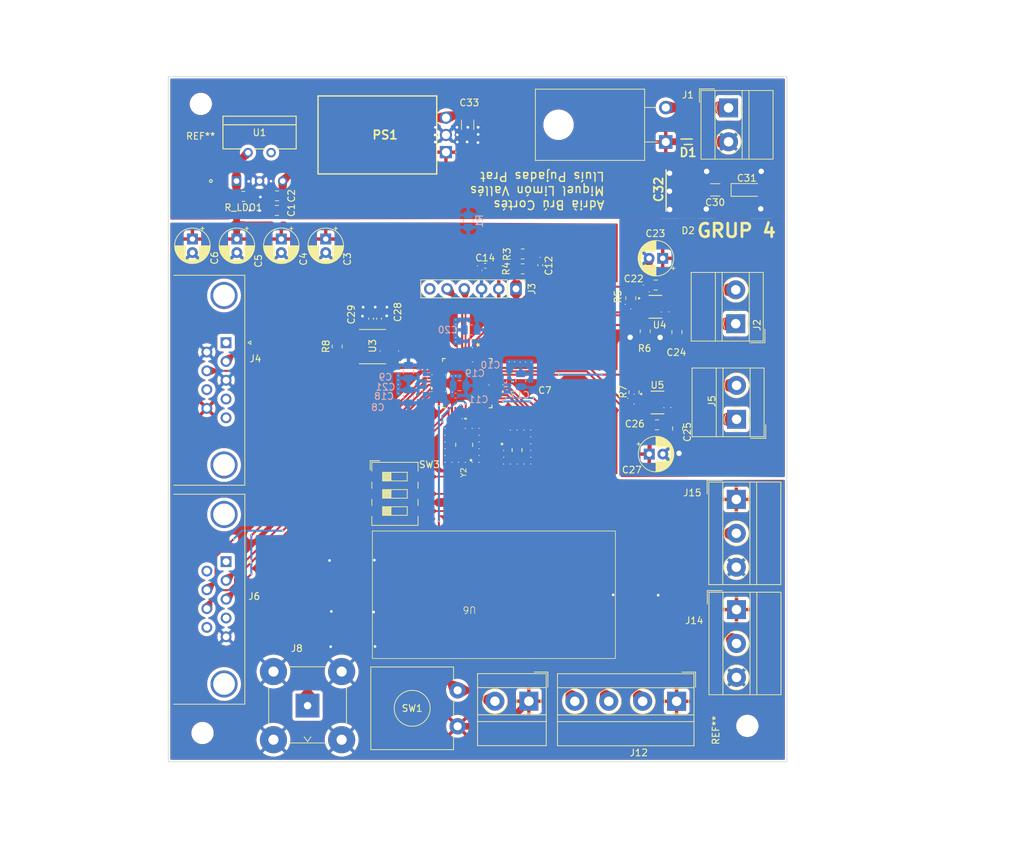
<source format=kicad_pcb>
(kicad_pcb (version 20221018) (generator pcbnew)
  (layers (0 "F.Cu" signal) (31 "B.Cu" signal) (34 "B.Paste" user) (35 "F.Paste" user) (36 "B.SilkS" user "B.Silkscreen") (37 "F.SilkS" user "F.Silkscreen") (38 "B.Mask" user) (39 "F.Mask" user) (44 "Edge.Cuts" user))
  (net 0 "")
  (net 1 "GND")
  (net 2 "/DIGITAL/MCLR_VDD")
  (net 3 "/DIGITAL/clk1i")
  (net 4 "+12V")
  (net 5 "GNDPWR")
  (net 6 "Net-(U4-V18)")
  (net 7 "Net-(U5-V18)")
  (net 8 "+3.3V")
  (net 9 "/DIGITAL/clk2i")
  (net 10 "WIN_OUT1")
  (net 11 "WIN_OUT2")
  (net 12 "{slash}MCLR")
  (net 13 "/PWR IN/pwin")
  (net 14 "PGEDx")
  (net 15 "PGECx")
  (net 18 "CAN_N")
  (net 21 "CAN_P")
  (net 23 "DOOR_OUT1")
  (net 24 "DOOR_OUT2")
  (net 26 "UART_RX")
  (net 27 "UART_TX")
  (net 30 "UART_CLK")
  (net 31 "{slash}UART_CTS")
  (net 33 "LOCK")
  (net 34 "WIN_SW1")
  (net 35 "WIN_SW2")
  (net 36 "WIN_SW3")
  (net 40 "FINAL_CARRERA_UP")
  (net 41 "FINAL_CARRERA_DOWN")
  (net 42 "Net-(U4-ILIM)")
  (net 43 "ISEN_WIN")
  (net 44 "Net-(U5-ILIM)")
  (net 45 "WIN_IN1")
  (net 46 "{slash}FAULT_WIN")
  (net 47 "/DIGITAL/RF_out")
  (net 48 "CAN_RX")
  (net 49 "CAN_TX")
  (net 50 "CAN_SHDN")
  (net 51 "CAN_STB")
  (net 52 "DOOR_IN2")
  (net 53 "DOOR_IN1")
  (net 54 "RFID_RST")
  (net 55 "RFID_OUT")
  (net 56 "RFID_IN")
  (net 57 "WIN_IN2")
  (net 58 "{slash}FAULT_DOOR")
  (net 67 "+5V")
  (footprint "Resistor_SMD:R_0805_2012Metric" (layer "F.Cu") (at 211.0211 103.231839 -90)
    (fp_text reference "R5")
    (fp_text value "100k")
  )
  (footprint "Capacitor_SMD:C_0805_2012Metric" (layer "F.Cu") (at 214.7061 101.289339 180)
    (fp_text reference "C22")
    (fp_text value "1u")
  )
  (footprint "Connector_Coaxial:BNC_TEConnectivity_1478035_Horizontal" (layer "F.Cu") (at 163.38 163.315 180)
    (fp_text reference "J8")
    (fp_text value "RFID_COAX")
  )
  (footprint "Capacitor_SMD:C_0805_2012Metric" (layer "F.Cu") (at 214.892688 121.904573)
    (fp_text reference "C26")
    (fp_text value "1u")
  )
  (footprint "kicad_models:OSC_ECS-3225SMV-080-GP-TR" (layer "F.Cu") (at 186.47 124.85 90)
    (fp_text reference "Y2")
    (fp_text value "ECS-3225SMV-080-GP-TR")
  )
  (footprint "kicad_models:P78032000RS" (layer "F.Cu") (at 183.775 81.69 180)
    (fp_text reference "PS1")
    (fp_text value "P7805-2000R-S" hide)
  )
  (footprint "kicad_models:CAPC7563X400N" (layer "F.Cu") (at 216.225 87.35)
    (fp_text reference "C32")
    (fp_text value "22u/50V" hide)
  )
  (footprint "TerminalBlock_MetzConnect:TerminalBlock_MetzConnect_Type011_RT05503HBWC_1x03_P5.00mm_Horizontal" (layer "F.Cu") (at 226.575 132.9 -90)
    (fp_text reference "J15")
    (fp_text value "FINAL_CARRERA_DOWN")
  )
  (footprint "Capacitor_SMD:C_0402_1005Metric" (layer "F.Cu") (at 172.75 106.25 90)
    (fp_text reference "C29")
    (fp_text value "1u")
  )
  (footprint "kicad_models:MAX22201ATC_" (layer "F.Cu") (at 214.962688 118.609573)
    (fp_text reference "U5")
    (fp_text value "MAX22201ATC+")
  )
  (footprint "Package_TO_SOT_THT:TO-220F-2_Horizontal_TabDown" (layer "F.Cu") (at 216.175 80.19 90)
    (fp_text reference "D2")
    (fp_text value "BYV10MX-600PQ")
  )
  (footprint "TerminalBlock_MetzConnect:TerminalBlock_MetzConnect_Type011_RT05502HBWC_1x02_P5.00mm_Horizontal" (layer "F.Cu") (at 226.612688 121.084573 90)
    (fp_text reference "J5")
    (fp_text value "OUT_DOOR")
  )
  (footprint "TerminalBlock_MetzConnect:TerminalBlock_MetzConnect_Type011_RT05503HBWC_1x03_P5.00mm_Horizontal" (layer "F.Cu") (at 226.6 149.15 -90)
    (fp_text reference "J14")
    (fp_text value "FINAL_CARRERA_UP")
  )
  (footprint "Capacitor_SMD:C_0805_2012Metric" (layer "F.Cu") (at 217.8161 108.234339 -90)
    (fp_text reference "C24")
    (fp_text value "1u")
  )
  (footprint "Connector_Dsub:DSUB-9_Male_Horizontal_P2.77x2.84mm_EdgePinOffset4.94mm_Housed_MountingHolesOffset7.48mm" (layer "F.Cu") (at 151.37 109.785 -90)
    (fp_text reference "J4")
    (fp_text value "CAN")
  )
  (footprint "kicad_models:SODFL1608X65N" (layer "F.Cu") (at 219.48 80.15)
    (fp_text reference "D1")
    (fp_text value "DDZ9699T-7 " hide)
  )
  (footprint "kicad_models:ASZKDV_ABR" (layer "F.Cu") (at 194.257354 125.632646)
    (fp_text reference "Y1" hide)
    (fp_text value "ASZKDV-32.768KHZ-L-T3" hide)
  )
  (footprint "Capacitor_SMD:C_0805_2012Metric" (layer "F.Cu") (at 217.922688 122.444573 -90)
    (fp_text reference "C25")
    (fp_text value "1u")
  )
  (footprint "Capacitor_Tantalum_SMD:CP_EIA-3216-18_Kemet-A" (layer "F.Cu") (at 228.12 87.26)
    (fp_text reference "C31")
    (fp_text value "1u")
  )
  (footprint "TerminalBlock_MetzConnect:TerminalBlock_MetzConnect_Type011_RT05502HBWC_1x02_P5.00mm_Horizontal" (layer "F.Cu") (at 196 162.66 180)
    (fp_text reference "J10" hide)
    (fp_text value "DOOR_LCK")
  )
  (footprint "Capacitor_THT:CP_Radial_D5.0mm_P2.00mm" (layer "F.Cu") (at 146.41 94.5 -90)
    (fp_text reference "C6")
    (fp_text value "47u")
  )
  (footprint "Resistor_SMD:R_0805_2012Metric" (layer "F.Cu") (at 213.1461 108.094339 -90)
    (fp_text reference "R6")
    (fp_text value "33k")
  )
  (footprint "Connector_PinHeader_2.54mm:PinHeader_1x06_P2.54mm_Vertical" (layer "F.Cu") (at 194.1 101.85 -90)
    (fp_text reference "J3")
    (fp_text value "ICSP")
  )
  (footprint "TerminalBlock_MetzConnect:TerminalBlock_MetzConnect_Type011_RT05502HBWC_1x02_P5.00mm_Horizontal" (layer "F.Cu") (at 226.4861 106.989339 90)
    (fp_text reference "J2")
    (fp_text value "OUT_WIN")
  )
  (footprint "Capacitor_SMD:C_0805_2012Metric" (layer "F.Cu") (at 158.858979 90.281793 180)
    (fp_text reference "C1")
    (fp_text value "1u")
  )
  (footprint "Capacitor_SMD:C_1206_3216Metric" (layer "F.Cu") (at 186.975 77.65 -90)
    (fp_text reference "C33")
    (fp_text value "22u/10V")
  )
  (footprint "Resistor_SMD:R_0805_2012Metric" (layer "F.Cu") (at 195.09 98.9)
    (fp_text reference "R4")
    (fp_text value "1k")
  )
  (footprint "kicad_models:PIC32MK0256MCJ048-I-Y8X_MCH" (layer "F.Cu") (at 186.9173 115.759999 -90)
    (fp_text reference "U2" hide)
    (fp_text value "PIC32MK0256MCJ048-I/Y8X" hide)
  )
  (footprint "Resistor_SMD:R_0805_2012Metric" (layer "F.Cu") (at 211.502688 117.084573 -90)
    (fp_text reference "R7")
    (fp_text value "100k")
  )
  (footprint "Capacitor_SMD:C_0402_1005Metric" (layer "F.Cu") (at 197.68097 98.364329 90)
    (fp_text reference "C12")
    (fp_text value "0.1u")
  )
  (footprint "Connector_Dsub:DSUB-9_Male_Horizontal_P2.77x2.84mm_EdgePinOffset4.94mm_Housed_MountingHolesOffset7.48mm" (layer "F.Cu") (at 151.375331 142.08 -90)
    (fp_text reference "J6")
    (fp_text value "USART")
  )
  (footprint "Button_Switch_THT:SW_CW_GPTS203211B" (layer "F.Cu") (at 185.5 166.36 180)
    (fp_text reference "SW1")
    (fp_text value "DOOR_LCK")
  )
  (footprint "Resistor_SMD:R_0805_2012Metric_Pad1.20x1.40mm_HandSolder" (layer "F.Cu") (at 153.930379 88.206793 180)
    (fp_text reference "R_LDO1")
    (fp_text value "330" hide)
  )
  (footprint "Capacitor_SMD:C_0402_1005Metric" (layer "F.Cu") (at 189.56 98.44)
    (fp_text reference "C14")
    (fp_text value "100n")
  )
  (footprint "Button_Switch_SMD:SW_DIP_SPSTx03_Slide_6.7x9.18mm_W8.61mm_P2.54mm_LowProfile" (layer "F.Cu") (at 176.263 132.08)
    (fp_text reference "SW3")
    (fp_text value "WIN_SW")
  )
  (footprint "Capacitor_THT:CP_Radial_D5.0mm_P2.00mm" (layer "F.Cu") (at 159.51 94.5 -90)
    (fp_text reference "C4")
    (fp_text value "47u")
  )
  (footprint "MountingHole:MountingHole_3.2mm_M3" (layer "F.Cu") (at 147.9 167.35)
    (fp_text reference "REF**" hide)
    (fp_text value "MountingHole_3.2mm_M3" hide)
  )
  (footprint "kicad_models:LT1528CT#PBF" (layer "F.Cu") (at 152.904286 85.947086)
    (fp_text reference "U1")
    (fp_text value "LT1528CT-PBF")
  )
  (footprint "Capacitor_SMD:C_0805_2012Metric" (layer "F.Cu") (at 158.883979 88.131793 180)
    (fp_text reference "C2")
    (fp_text value "100n" hide)
  )
  (footprint "MountingHole:MountingHole_3.2mm_M3" (layer "F.Cu") (at 228.2 166.3)
    (fp_text reference "REF**")
    (fp_text value "MountingHole_3.2mm_M3" hide)
  )
  (footprint "DLP-RFID2:DLP-RFID2" (layer "F.Cu") (at 190.79 147.83 180)
    (fp_text reference "U6")
    (fp_text value "~")
  )
  (footprint "Capacitor_THT:CP_Radial_D5.0mm_P2.00mm" (layer "F.Cu") (at 215.7261 97.339339 180)
    (fp_text reference "C23")
    (fp_text value "47u")
  )
  (footprint "Capacitor_SMD:C_1206_3216Metric" (layer "F.Cu") (at 223.455 87.25 180)
    (fp_text reference "C30")
    (fp_text value "10n")
  )
  (footprint "Resistor_SMD:R_0805_2012Metric" (layer "F.Cu") (at 167.75 110.3325 90)
    (fp_text reference "R8")
    (fp_text value "120")
  )
  (footprint "TerminalBlock_MetzConnect:TerminalBlock_MetzConnect_Type011_RT05504HBWC_1x04_P5.00mm_Horizontal" (layer "F.Cu") (at 217.775 162.675 180)
    (fp_text reference "J12")
    (fp_text value "WIN_SW")
  )
  (footprint "Capacitor_THT:CP_Radial_D5.0mm_P2.00mm" (layer "F.Cu") (at 152.96 94.5 -90)
    (fp_text reference "C5")
    (fp_text value "47u")
  )
  (footprint "TerminalBlock_MetzConnect:TerminalBlock_MetzConnect_Type011_RT05502HBWC_1x02_P5.00mm_Horizontal" (layer "F.Cu") (at 225.435 75.16 -90)
    (fp_text reference "J1")
    (fp_text value "PowerIN")
  )
  (footprint "Capacitor_THT:CP_Radial_D5.0mm_P2.00mm" (layer "F.Cu") (at 166.06 94.5 -90)
    (fp_text reference "C3")
    (fp_text value "47u")
  )
  (footprint "MountingHole:MountingHole_3.2mm_M3" (layer "F.Cu") (at 147.65 74.575)
    (fp_text reference "REF**")
    (fp_text value "MountingHole_3.2mm_M3" hide)
  )
  (footprint "kicad_models:MAX22201ATC_" (layer "F.Cu") (at 214.6479 104.494339)
    (fp_text reference "U4")
    (fp_text value "MAX22201ATC+" hide)
  )
  (footprint "Resistor_SMD:R_0805_2012Metric" (layer "F.Cu") (at 195.09 96.71 180)
    (fp_text reference "R3")
    (fp_text value "10k")
  )
  (footprint "Capacitor_THT:CP_Radial_D5.0mm_P2.00mm" (layer "F.Cu") (at 213.742688 126.214573)
    (fp_text reference "C27")
    (fp_text value "47u")
  )
  (footprint "kicad_models:TCAN3413DR" (layer "F.Cu") (at 172.955 110.37 180)
    (fp_text reference "U3")
    (fp_text value "TCAN334D")
  )
  (footprint "Capacitor_SMD:C_0402_1005Metric" (layer "F.Cu") (at 173.925 106.25 -90)
    (fp_text reference "C28")
    (fp_text value "100n")
  )
  (footprint "Capacitor_SMD:C_0805_2012Metric" (layer "B.Cu") (at 178.25 117.725 -90)
    (fp_text reference "C18")
    (fp_text value "4.7u")
  )
  (footprint "Capacitor_SMD:C_0805_2012Metric" (layer "B.Cu") (at 178.25 114.075 90)
    (fp_text reference "C21")
    (fp_text value "4.7u")
  )
  (footprint "Capacitor_SMD:C_0805_2012Metric" (layer "B.Cu") (at 194.8 115.325 -90)
    (fp_text reference "C17")
    (fp_text value "4.7u")
  )
  (footprint "Capacitor_SMD:C_0805_2012Metric" (layer "B.Cu") (at 185.775 116.125)
    (fp_text reference "C19")
    (fp_text value "4.7u")
  )
  (footprint "Capacitor_SMD:C_0402_1005Metric" (layer "B.Cu") (at 187.375 109.575)
    (fp_text reference "C10")
    (fp_text value "0.1u")
  )
  (footprint "Capacitor_SMD:C_0402_1005Metric" (layer "B.Cu") (at 180.675 114.95 -90)
    (fp_text reference "C9")
    (fp_text value "0.1u")
  )
  (footprint "Resistor_SMD:R_0805_2012Metric" (layer "B.Cu") (at 187.07 91.85 90)
    (fp_text reference "R1")
    (fp_text value "0")
  )
  (footprint "Capacitor_SMD:C_0402_1005Metric" (layer "B.Cu") (at 185.2 117.6)
    (fp_text reference "C11")
    (fp_text value "0.1u")
  )
  (footprint "Capacitor_SMD:C_0805_2012Metric" (layer "B.Cu") (at 187.425 107.9)
    (fp_text reference "C20")
    (fp_text value "4.7u")
  )
  (footprint "Capacitor_SMD:C_0402_1005Metric" (layer "B.Cu") (at 193.1 115.525 -90)
    (fp_text reference "C7")
    (fp_text value "0.1u")
  )
  (footprint "Capacitor_SMD:C_0402_1005Metric" (layer "B.Cu") (at 180.675 116.85 -90)
    (fp_text reference "C8")
    (fp_text value "0.1u")
  )
  (gr_rect (start 142.856819 70.533853) (end 234.021819 171.593853) (stroke (width 0.1)) (fill none) (layer "Edge.Cuts"))
  (gr_text "Adrià Brú Cortés\nMiquel Limón Vallés\nLluís Pujadas Prat" (at 207.25 84.515 180) (layer "F.SilkS") (effects (font (size 1.3 1.3) (thickness 0.2) bold) (justify left bottom)))
  (gr_text "GRUP 4" (at 220.575 94.425) (layer "F.SilkS") (effects (font (size 2 2) (thickness 0.4) bold) (justify left bottom)))
  (segment (start 187.667301 112.607301) (end 187.667301 111.581699) (width 0.3) (layer "F.Cu") (net 1))
  (segment (start 166.62 141.91) (end 166.65 141.88) (width 0.3) (layer "F.Cu") (net 1))
  (segment (start 191.105601 116.02) (end 191.0956 116.009999) (width 0.3) (layer "F.Cu") (net 1))
  (segment (start 181.74 114.51) (end 182.739 114.509999) (width 0.3) (layer "F.Cu") (net 1))
  (segment (start 176.805 111.005) (end 175.425 111.005) (width 0.5) (layer "F.Cu") (net 1))
  (segment (start 187.67 112.61) (end 187.667301 112.607301) (width 0.3) (layer "F.Cu") (net 1))
  (segment (start 166.79 154.62) (end 166.83 154.58) (width 0.3) (layer "F.Cu") (net 1))
  (segment (start 182.739 117.009999) (end 183.74 117.01) (width 0.3) (layer "F.Cu") (net 1))
  (segment (start 191.0956 116.009999) (end 190.150001 116.009999) (width 0.3) (layer "F.Cu") (net 1))
  (segment (start 173.21 141.88) (end 169.99 141.88) (width 0.3) (layer "F.Cu") (net 1))
  (segment (start 173.23 141.86) (end 173.21 141.88) (width 0.3) (layer "F.Cu") (net 1))
  (segment (start 173.33 154.59) (end 173.32 154.58) (width 0.3) (layer "F.Cu") (net 1))
  (segment (start 186.167299 120.977299) (end 186.17 120.98) (width 0.3) (layer "F.Cu") (net 1))
  (segment (start 189.08 98.44) (end 189.08 97.75) (width 0.3) (layer "F.Cu") (net 1))
  (segment (start 166.89 149.42) (end 166.97 149.5) (width 0.3) (layer "F.Cu") (net 1))
  (segment (start 214.99 146.96) (end 211.69 146.96) (width 0.3) (layer "F.Cu") (net 1))
  (segment (start 187.67 110.53) (end 187.667301 110.532699) (width 0.3) (layer "F.Cu") (net 1))
  (segment (start 166.83 154.58) (end 169.99 154.58) (width 0.3) (layer "F.Cu") (net 1))
  (segment (start 198.42847 97.884329) (end 197.68097 97.884329) (width 0.3) (layer "F.Cu") (net 1))
  (segment (start 186.167299 119.938299) (end 186.167299 120.977299) (width 0.3) (layer "F.Cu") (net 1))
  (segment (start 188.42 98.44) (end 188.41 98.45) (width 0.3) (layer "F.Cu") (net 1))
  (segment (start 166.65 141.88) (end 169.99 141.88) (width 0.3) (layer "F.Cu") (net 1))
  (segment (start 215.06 147.03) (end 214.99 146.96) (width 0.3) (layer "F.Cu") (net 1))
  (segment (start 166.97 149.5) (end 169.99 149.5) (width 0.3) (layer "F.Cu") (net 1))
  (segment (start 173.32 154.58) (end 169.99 154.58) (width 0.3) (layer "F.Cu") (net 1))
  (segment (start 189.08 98.44) (end 188.42 98.44) (width 0.3) (layer "F.Cu") (net 1))
  (segment (start 190.150001 116.009999) (end 190.14 116.02) (width 0.3) (layer "F.Cu") (net 1))
  (segment (start 192.16 116.02) (end 191.105601 116.02) (width 0.3) (layer "F.Cu") (net 1))
  (segment (start 173.11 149.5) (end 169.99 149.5) (width 0.3) (layer "F.Cu") (net 1))
  (segment (start 208.44 146.96) (end 208.425 146.975) (width 0.3) (layer "F.Cu") (net 1))
  (segment (start 186.167299 119.217299) (end 185.95 119) (width 0.3) (layer "F.Cu") (net 1))
  (segment (start 182.739 117.009999) (end 181.71 117.01) (width 0.3) (layer "F.Cu") (net 1))
  (segment (start 187.667301 110.532699) (end 187.667301 111.581699) (width 0.3) (layer "F.Cu") (net 1))
  (segment (start 186.167299 119.938299) (end 186.167299 119.217299) (width 0.3) (layer "F.Cu") (net 1))
  (segment (start 174.08 111.005) (end 175.425 111.005) (width 0.5) (layer "F.Cu") (net 1))
  (segment (start 211.69 146.96) (end 208.44 146.96) (width 0.3) (layer "F.Cu") (net 1))
  (segment (start 183.75 114.51) (end 182.739 114.509999) (width 0.3) (layer "F.Cu") (net 1))
  (segment (start 173.13 149.52) (end 173.11 149.5) (width 0.3) (layer "F.Cu") (net 1))
  (segment (start 197.68097 97.201829) (end 197.68097 97.884329) (width 0.3) (layer "F.Cu") (net 1))
  (segment (start 189.08 98.44) (end 189.08 99.13) (width 0.3) (layer "F.Cu") (net 1))
  (via (at 171.575 104.55) (size 0.8) (drill 0.4) (layers "F.Cu" "B.Cu") (net 1))
  (via (at 196.278 123.682) (size 0.3) (drill 0.15) (layers "F.Cu" "B.Cu") (net 1))
  (via (at 196.278 127.682) (size 0.3) (drill 0.15) (layers "F.Cu" "B.Cu") (net 1))
  (via (at 194.278 127.682) (size 0.3) (drill 0.15) (layers "F.Cu" "B.Cu") (net 1))
  (via (at 174.08 111.005) (size 0.3) (drill 0.15) (layers "F.Cu" "B.Cu") (net 1))
  (via (at 190.14 116.02) (size 0.3) (drill 0.15) (layers "F.Cu" "B.Cu") (net 1))
  (via (at 192.278 126.682) (size 0.3) (drill 0.15) (layers "F.Cu" "B.Cu") (net 1))
  (via (at 175.05 105.825) (size 0.8) (drill 0.4) (layers "F.Cu" "B.Cu") (net 1))
  (via (at 181.74 114.51) (size 0.3) (drill 0.15) (layers "F.Cu" "B.Cu") (net 1))
  (via (at 173.35 104.55) (size 0.8) (drill 0.4) (layers "F.Cu" "B.Cu") (net 1))
  (via (at 187.642 127.428) (size 0.3) (drill 0.15) (layers "F.Cu" "B.Cu") (net 1))
  (via (at 194.278 122.682) (size 0.3) (drill 0.15) (layers "F.Cu" "B.Cu") (net 1))
  (via (at 192.278 127.682) (size 0.3) (drill 0.15) (layers "F.Cu" "B.Cu") (net 1))
  (via (at 188.642 126.428) (size 0.3) (drill 0.15) (layers "F.Cu" "B.Cu") (net 1))
  (via (at 183.75 114.51) (size 0.3) (drill 0.15) (layers "F.Cu" "B.Cu") (net 1))
  (via (at 176.805 111.005) (size 0.3) (drill 0.15) (layers "F.Cu" "B.Cu") (net 1))
  (via (at 183.642 124.428) (size 0.3) (drill 0.15) (layers "F.Cu" "B.Cu") (net 1))
  (via (at 189.08 97.75) (size 0.3) (drill 0.15) (layers "F.Cu" "B.Cu") (net 1))
  (via (at 166.62 141.91) (size 0.8) (drill 0.4) (layers "F.Cu" "B.Cu") (net 1))
  (via (at 193.278 122.682) (size 0.3) (drill 0.15) (layers "F.Cu" "B.Cu") (net 1))
  (via (at 183.642 126.428) (size 0.3) (drill 0.15) (layers "F.Cu" "B.Cu") (net 1))
  (via (at 187.67 110.53) (size 0.3) (drill 0.15) (layers "F.Cu" "B.Cu") (net 1))
  (via (at 208.425 146.975) (size 0.8) (drill 0.4) (layers "F.Cu" "B.Cu") (net 1))
  (via (at 166.89 149.42) (size 0.8) (drill 0.4) (layers "F.Cu" "B.Cu") (net 1))
  (via (at 186.17 120.98) (size 0.3) (drill 0.15) (layers "F.Cu" "B.Cu") (net 1))
  (via (at 188.642 124.428) (size 0.3) (drill 0.15) (layers "F.Cu" "B.Cu") (net 1))
  (via (at 187.642 122.428) (size 0.3) (drill 0.15) (layers "F.Cu" "B.Cu") (net 1))
  (via (at 171.475 105.875) (size 0.8) (drill 0.4) (layers "F.Cu" "B.Cu") (net 1))
  (via (at 183.642 127.428) (size 0.3) (drill 0.15) (layers "F.Cu" "B.Cu") (net 1))
  (via (at 188.642 127.428) (size 0.3) (drill 0.15) (layers "F.Cu" "B.Cu") (net 1))
  (via (at 186.642 127.428) (size 0.3) (drill 0.15) (layers "F.Cu" "B.Cu") (net 1))
  (via (at 197.68097 97.201829) (size 0.3) (drill 0.15) (layers "F.Cu" "B.Cu") (net 1))
  (via (at 195.278 127.682) (size 0.3) (drill 0.15) (layers "F.Cu" "B.Cu") (net 1))
  (via (at 183.642 123.428) (size 0.3) (drill 0.15) (layers "F.Cu" "B.Cu") (net 1))
  (via (at 198.42847 97.884329) (size 0.3) (drill 0.15) (layers "F.Cu" "B.Cu") (net 1))
  (via (at 175.075 104.55) (size 0.8) (drill 0.4) (layers "F.Cu" "B.Cu") (net 1))
  (via (at 183.74 117.01) (size 0.3) (drill 0.15) (layers "F.Cu" "B.Cu") (net 1))
  (via (at 185.642 127.428) (size 0.3) (drill 0.15) (layers "F.Cu" "B.Cu") (net 1))
  (via (at 185.95 119) (size 0.3) (drill 0.15) (layers "F.Cu" "B.Cu") (net 1))
  (via (at 196.278 126.682) (size 0.3) (drill 0.15) (layers "F.Cu" "B.Cu") (net 1))
  (via (at 186.642 122.428) (size 0.3) (drill 0.15) (layers "F.Cu" "B.Cu") (net 1))
  (via (at 193.278 127.682) (size 0.3) (drill 0.15) (layers "F.Cu" "B.Cu") (net 1))
  (via (at 196.278 122.682) (size 0.3) (drill 0.15) (layers "F.Cu" "B.Cu") (net 1))
  (via (at 173.23 141.86) (size 0.8) (drill 0.4) (layers "F.Cu" "B.Cu") (net 1))
  (via (at 188.642 125.428) (size 0.3) (drill 0.15) (layers "F.Cu" "B.Cu") (net 1))
  (via (at 166.79 154.62) (size 0.8) (drill 0.4) (layers "F.Cu" "B.Cu") (net 1))
  (via (at 192.16 116.02) (size 0.3) (drill 0.15) (layers "F.Cu" "B.Cu") (net 1))
  (via (at 187.67 112.61) (size 0.3) (drill 0.15) (layers "F.Cu" "B.Cu") (net 1))
  (via (at 188.642 123.428) (size 0.3) (drill 0.15) (layers "F.Cu" "B.Cu") (net 1))
  (via (at 196.278 125.682) (size 0.3) (drill 0.15) (layers "F.Cu" "B.Cu") (net 1))
  (via (at 188.642 122.428) (size 0.3) (drill 0.15) (layers "F.Cu" "B.Cu") (net 1))
  (via (at 195.278 122.682) (size 0.3) (drill 0.15) (layers "F.Cu" "B.Cu") (net 1))
  (via (at 215.06 147.03) (size 0.8) (drill 0.4) (layers "F.Cu" "B.Cu") (net 1))
  (via (at 196.278 124.682) (size 0.3) (drill 0.15) (layers "F.Cu" "B.Cu") (net 1))
  (via (at 184.642 127.428) (size 0.3) (drill 0.15) (layers "F.Cu" "B.Cu") (net 1))
  (via (at 173.13 149.52) (size 0.8) (drill 0.4) (layers "F.Cu" "B.Cu") (net 1))
  (via (at 183.642 122.428) (size 0.3) (drill 0.15) (layers "F.Cu" "B.Cu") (net 1))
  (via (at 189.08 99.13) (size 0.3) (drill 0.15) (layers "F.Cu" "B.Cu") (net 1))
  (via (at 188.41 98.45) (size 0.3) (drill 0.15) (layers "F.Cu" "B.Cu") (net 1))
  (via (at 183.642 125.428) (size 0.3) (drill 0.15) (layers "F.Cu" "B.Cu") (net 1))
  (via (at 192.278 125.682) (size 0.3) (drill 0.15) (layers "F.Cu" "B.Cu") (net 1))
  (via (at 181.71 117.01) (size 0.3) (drill 0.15) (layers "F.Cu" "B.Cu") (net 1))
  (via (at 173.33 154.59) (size 0.8) (drill 0.4) (layers "F.Cu" "B.Cu") (net 1))
  (segment (start 196.00347 96.724329) (end 196.00347 98.844329) (width 0.25) (layer "F.Cu") (net 2))
  (segment (start 196.00347 98.844329) (end 197.68097 98.844329) (width 0.25) (layer "F.Cu") (net 2))
  (segment (start 185.39 120.799899) (end 185.39 123.57) (width 0.25) (layer "F.Cu") (net 3))
  (segment (start 185.167301 120.5772) (end 185.39 120.799899) (width 0.25) (layer "F.Cu") (net 3))
  (segment (start 185.167301 119.938299) (end 185.167301 120.5772) (width 0.25) (layer "F.Cu") (net 3))
  (segment (start 224.94 87.24) (end 224.93 87.25) (width 1) (layer "F.Cu") (net 4))
  (segment (start 213.942688 126.014573) (end 213.742688 126.214573) (width 0.3) (layer "F.Cu") (net 4))
  (segment (start 215.7261 101.219339) (end 215.6561 101.289339) (width 0.3) (layer "F.Cu") (net 4))
  (segment (start 218.622688 104.244339) (end 216.1211 104.244339) (width 0.3) (layer "F.Cu") (net 4))
  (segment (start 213.942688 121.904573) (end 213.942688 126.014573) (width 0.3) (layer "F.Cu") (net 4))
  (segment (start 216.435888 118.359573) (end 219.222688 118.359573) (width 0.3) (layer "F.Cu") (net 4))
  (segment (start 215.741213 101.204226) (end 215.6561 101.289339) (width 0.3) (layer "F.Cu") (net 4))
  (segment (start 215.7261 97.339339) (end 215.7261 101.219339) (width 0.3) (layer "F.Cu") (net 4))
  (segment (start 218.705 80.15) (end 216.215 80.15) (width 1) (layer "F.Cu") (net 4))
  (segment (start 216.1211 105.24434) (end 215.531099 105.24434) (width 0.3) (layer "F.Cu") (net 5))
  (segment (start 210.9261 108.989339) (end 213.1286 108.989339) (width 1) (layer "F.Cu") (net 5))
  (segment (start 211.502688 117.997073) (end 211.502688 117.369573) (width 0.3) (layer "F.Cu") (net 5))
  (segment (start 210.197688 104.144339) (end 211.0211 104.144339) (width 0.3) (layer "F.Cu") (net 5))
  (segment (start 213.1747 104.244339) (end 211.3711 104.244339) (width 0.3) (layer "F.Cu") (net 5))
  (segment (start 221.995 87.265) (end 221.98 87.25) (width 1) (layer "F.Cu") (net 5))
  (segment (start 211.502688 118.839573) (end 211.497688 118.844573) (width 0.3) (layer "F.Cu") (net 5))
  (segment (start 213.1486 109.009339) (end 213.1461 109.006839) (width 0.3) (layer "F.Cu") (net 5))
  (segment (start 211.502688 117.997073) (end 211.865188 118.359573) (width 0.3) (layer "F.Cu") (net 5))
  (segment (start 211.0211 104.819573) (end 211.0211 104.144339) (width 0.3) (layer "F.Cu") (net 5))
  (segment (start 213.7261 97.339339) (end 213.7261 101.259339) (width 0.3) (layer "F.Cu") (net 5))
  (segment (start 213.1286 108.989339) (end 213.1461 109.006839) (width 0.3) (layer "F.Cu") (net 5))
  (segment (start 215.907687 119.359574) (end 215.897688 119.369573) (width 0.3) (layer "F.Cu") (net 5))
  (segment (start 216.1211 105.24434) (end 216.622455 105.24434) (width 0.3) (layer "F.Cu") (net 5))
  (segment (start 186.715 79.55) (end 187.05 79.55) (width 0.3) (layer "F.Cu") (net 5))
  (segment (start 217.6411 109.009339) (end 217.8161 109.184339) (width 0.3) (layer "F.Cu") (net 5))
  (segment (start 216.435888 119.359574) (end 215.907687 119.359574) (width 0.3) (layer "F.Cu") (net 5))
  (segment (start 215.842688 121.904573) (end 215.822688 121.884573) (width 0.3) (layer "F.Cu") (net 5))
  (segment (start 211.502688 117.997073) (end 211.502688 118.839573) (width 0.3) (layer "F.Cu") (net 5))
  (segment (start 213.7261 101.259339) (end 213.7561 101.289339) (width 0.3) (layer "F.Cu") (net 5))
  (segment (start 213.740987 97.354226) (end 213.7261 97.339339) (width 0.3) (layer "F.Cu") (net 5))
  (segment (start 210.9436 109.006839) (end 210.9261 108.989339) (width 0.3) (layer "F.Cu") (net 5))
  (segment (start 212.8461 101.289339) (end 212.8411 101.284339) (width 0.3) (layer "F.Cu") (net 5))
  (segment (start 215.531099 105.24434) (end 215.5161 105.259339) (width 0.3) (layer "F.Cu") (net 5))
  (segment (start 213.7561 101.289339) (end 212.8461 101.289339) (width 0.3) (layer "F.Cu") (net 5))
  (segment (start 213.7561 101.289339) (end 213.7561 102.269339) (width 0.3) (layer "F.Cu") (net 5))
  (segment (start 215.3436 109.006839) (end 215.3461 109.009339) (width 0.3) (layer "F.Cu") (net 5))
  (segment (start 215.3461 109.009339) (end 213.1486 109.009339) (width 1) (layer "F.Cu") (net 5))
  (segment (start 220.255 80.15) (end 225.425 80.15) (width 1) (layer "F.Cu") (net 5))
  (segment (start 216.922688 119.359574) (end 216.435888 119.359574) (width 0.3) (layer "F.Cu") (net 5))
  (segment (start 215.3461 109.009339) (end 217.6411 109.009339) (width 0.3) (layer "F.Cu") (net 5))
  (segment (start 219.485 87.35) (end 219.485 87.75) (width 1) (layer "F.Cu") (net 5))
  (segment (start 216.622455 105.24434) (end 216.622688 105.244573) (width 0.3) (layer "F.Cu") (net 5))
  (segment (start 211.695188 118.359573) (end 211.502688 118.167073) (width 0.3) (layer "F.Cu") (net 5))
  (segment (start 213.7561 102.269339) (end 213.7411 102.284339) (width 0.3) (layer "F.Cu") (net 5))
  (segment (start 211.865188 118.359573) (end 213.489488 118.359573) (width 0.3) (layer "F.Cu") (net 5))
  (segment (start 210.597688 117.997073) (end 211.502688 117.997073) (width 0.3) (layer "F.Cu") (net 5))
  (segment (start 213.7261 97.3261) (end 213.7261 97.339339) (width 1) (layer "F.Cu") (net 5))
  (via (at 230.25 84.525) (size 2) (drill 0.8) (layers "F.Cu" "B.Cu") (net 5))
  (via (at 156.3 90.3) (size 0.8) (drill 0.4) (layers "F.Cu" "B.Cu") (net 5))
  (via (at 211.0211 104.819573) (size 0.3) (drill 0.15) (layers "F.Cu" "B.Cu") (net 5))
  (via (at 156.425 88.3) (size 0.8) (drill 0.4) (layers "F.Cu" "B.Cu") (net 5))
  (via (at 216.74 84.795) (size 2) (drill 0.8) (layers "F.Cu" "B.Cu") (net 5))
  (via (at 182.2 80.2) (size 0.8) (drill 0.4) (layers "F.Cu" "B.Cu") (net 5))
  (via (at 210.9261 108.989339) (size 2) (drill 0.8) (layers "F.Cu" "B.Cu") (net 5))
  (via (at 218.132688 126.104573) (size 2) (drill 0.8) (layers "F.Cu" "B.Cu") (net 5))
  (via (at 216.75 90.15) (size 2) (drill 0.8) (layers "F.Cu" "B.Cu") (net 5))
  (via (at 215.3461 109.009339) (size 2) (drill 0.8) (layers "F.Cu" "B.Cu") (net 5))
  (via (at 188.525 78.025) (size 0.8) (drill 0.4) (layers "F.Cu" "B.Cu") (net 5))
  (via (at 185.4 78.025) (size 0.8) (drill 0.4) (layers "F.Cu" "B.Cu") (net 5))
  (via (at 230.175 90.05) (size 2) (drill 0.8) (layers "F.Cu" "B.Cu") (net 5))
  (via (at 185.45 80.2) (size 0.8) (drill 0.4) (layers "F.Cu" "B.Cu") (net 5))
  (via (at 216.725 87.45) (size 2) (drill 0.8) (layers "F.Cu" "B.Cu") (net 5))
  (via (at 210.597688 117.997073) (size 0.3) (drill 0.15) (layers "F.Cu" "B.Cu") (net 5))
  (via (at 188.5 80.275) (size 0.8) (drill 0.4) (layers "F.Cu" "B.Cu") (net 5))
  (via (at 215.897688 119.369573) (size 0.3) (drill 0.15) (layers "F.Cu" "B.Cu") (net 5))
  (via (at 211.497688 118.844573) (size 0.3) (drill 0.15) (layers "F.Cu" "B.Cu") (net 5))
  (via (at 216.922688 119.359574) (size 0.3) (drill 0.15) (layers "F.Cu" "B.Cu") (net 5))
  (via (at 210.197688 104.144339) (size 0.3) (drill 0.15) (layers "F.Cu" "B.Cu") (net 5))
  (via (at 182.175 79.15) (size 0.8) (drill 0.4) (layers "F.Cu" "B.Cu") (net 5))
  (via (at 186.9 80.175) (size 0.8) (drill 0.4) (layers "F.Cu" "B.Cu") (net 5))
  (via (at 213.7411 102.284339) (size 0.3) (drill 0.15) (layers "F.Cu" "B.Cu") (net 5))
  (via (at 216.647688 105.244573) (size 0.3) (drill 0.15) (layers "F.Cu" "B.Cu") (net 5))
  (via (at 182.225 78.025) (size 0.8) (drill 0.4) (layers "F.Cu" "B.Cu") (net 5))
  (via (at 154.7 86) (size 0.8) (drill 0.4) (layers "F.Cu" "B.Cu") (net 5))
  (via (at 154.875 90.275) (size 0.8) (drill 0.4) (layers "F.Cu" "B.Cu") (net 5))
  (via (at 222.2 84.525) (size 2) (drill 0.8) (layers "F.Cu" "B.Cu") (net 5))
  (via (at 158 85.975) (size 0.8) (drill 0.4) (layers "F.Cu" "B.Cu") (net 5))
  (via (at 222.15 90.075) (size 2) (drill 0.8) (layers "F.Cu" "B.Cu") (net 5))
  (via (at 187 78.025) (size 0.8) (drill 0.4) (layers "F.Cu" "B.Cu") (net 5))
  (via (at 211.502688 117.369573) (size 0.3) (drill 0.15) (layers "F.Cu" "B.Cu") (net 5))
  (via (at 212.8411 101.284339) (size 0.3) (drill 0.15) (layers "F.Cu" "B.Cu") (net 5))
  (via (at 185.45 79.125) (size 0.8) (drill 0.4) (layers "F.Cu" "B.Cu") (net 5))
  (via (at 215.5161 105.259339) (size 0.3) (drill 0.15) (layers "F.Cu" "B.Cu") (net 5))
  (via (at 188.525 79.075) (size 0.8) (drill 0.4) (layers "F.Cu" "B.Cu") (net 5))
  (segment (start 217.8161 107.284339) (end 217.6611 107.284339) (width 0.25) (layer "F.Cu") (net 6))
  (segment (start 217.6611 107.284339) (end 216.1211 105.744339) (width 0.25) (layer "F.Cu") (net 6))
  (segment (start 216.1211 105.744339) (end 216.5211 105.744339) (width 0.3) (layer "F.Cu") (net 6))
  (segment (start 216.435888 120.007773) (end 217.922688 121.494573) (width 0.3) (layer "F.Cu") (net 7))
  (segment (start 216.435888 119.859573) (end 216.435888 120.007773) (width 0.3) (layer "F.Cu") (net 7))
  (segment (start 181.367818 117.51) (end 181.001409 117.876409) (width 0.3) (layer "F.Cu") (net 8))
  (segment (start 184.62 122.7) (end 184.62 125.1) (width 0.3) (layer "F.Cu") (net 8))
  (segment (start 191.45 122.73) (end 191.45 121.42) (width 0.3) (layer "F.Cu") (net 8))
  (segment (start 187.175 109.25) (end 188.075 108.35) (width 0.25) (layer "F.Cu") (net 8))
  (segment (start 192.29 123.57) (end 191.45 122.73) (width 0.3) (layer "F.Cu") (net 8))
  (segment (start 182.739 114.01) (end 179.865 114.01) (width 0.3) (layer "F.Cu") (net 8))
  (segment (start 152.903579 83.458593) (end 154.605379 81.756793) (width 1) (layer "F.Cu") (net 8))
  (segment (start 182.739 114.01) (end 184.88 114.01) (width 0.3) (layer "F.Cu") (net 8))
  (segment (start 184.62 125.1) (end 185.52 126) (width 0.3) (layer "F.Cu") (net 8))
  (segment (start 191.0956 115.509999) (end 193.679999 115.509999) (width 0.3) (layer "F.Cu") (net 8))
  (segment (start 194.260008 123.57) (end 192.29 123.57) (width 0.3) (layer "F.Cu") (net 8))
  (segment (start 194.765354 124.730946) (end 194.765354 126.534346) (width 0.3) (layer "F.Cu") (net 8))
  (segment (start 152.930379 88.206793) (end 152.930379 94.470379) (width 1) (layer "F.Cu") (net 8))
  (segment (start 152.930379 94.470379) (end 152.96 94.5) (width 1) (layer "F.Cu") (net 8))
  (segment (start 192.3 166.36) (end 185.5 166.36) (width 1) (layer "F.Cu") (net 8))
  (segment (start 184.667299 118.172701) (end 184.67 118.17) (width 0.3) (layer "F.Cu") (net 8))
  (segment (start 187.175 111.25) (end 187.175 109.25) (width 0.25) (layer "F.Cu") (net 8))
  (segment (start 152.903579 85.947793) (end 152.903579 83.458593) (width 1) (layer "F.Cu") (net 8))
  (segment (start 178.725 120.152818) (end 178.725 120.8) (width 0.3) (layer "F.Cu") (net 8))
  (segment (start 194.765354 124.730946) (end 194.765354 124.075346) (width 0.3) (layer "F.Cu") (net 8))
  (segment (start 181.001409 117.876409) (end 178.725 120.152818) (width 0.3) (layer "F.Cu") (net 8))
  (segment (start 191.0956 115.509999) (end 188.890001 115.509999) (width 0.3) (layer "F.Cu") (net 8))
  (segment (start 145.8714 93.9614) (end 146.41 94.5) (width 0.3) (layer "F.Cu") (net 8))
  (segment (start 182.739002 117.51) (end 181.367818 117.51) (width 0.3) (layer "F.Cu") (net 8))
  (segment (start 184.667299 119.938299) (end 184.667299 122.652701) (width 0.3) (layer "F.Cu") (net 8))
  (segment (start 152.903579 85.947793) (end 152.903579 87.679993) (width 1) (layer "F.Cu") (net 8))
  (segment (start 179.865 114.01) (end 179.45 114.425) (width 0.3) (layer "F.Cu") (net 8))
  (segment (start 196 162.66) (end 192.3 166.36) (width 1) (layer "F.Cu") (net 8))
  (segment (start 184.667299 122.652701) (end 184.62 122.7) (width 0.3) (layer "F.Cu") (net 8))
  (segment (start 193.679999 115.509999) (end 193.7 115.53) (width 0.3) (layer "F.Cu") (net 8))
  (segment (start 182.739 117.509998) (end 182.739002 117.51) (width 0.3) (layer "F.Cu") (net 8))
  (segment (start 182.739 117.509998) (end 185.129998 117.509998) (width 0.3) (layer "F.Cu") (net 8))
  (segment (start 184.667299 119.938299) (end 184.667299 118.172701) (width 0.3) (layer "F.Cu") (net 8))
  (segment (start 194.765354 124.075346) (end 194.260008 123.57) (width 0.3) (layer "F.Cu") (net 8))
  (via (at 193.7 115.53) (size 0.4) (drill 0.2) (layers "F.Cu" "B.Cu") (net 8))
  (via (at 196.33 112.67) (size 0.3) (drill 0.15) (layers "F.Cu" "B.Cu") (net 8))
  (via (at 185.225 109.675) (size 0.3) (drill 0.15) (layers "F.Cu" "B.Cu") (net 8))
  (via (at 185.225 109.025) (size 0.3) (drill 0.15) (layers "F.Cu" "B.Cu") (net 8))
  (via (at 193.1 112.62) (size 0.3) (drill 0.15) (layers "F.Cu" "B.Cu") (net 8))
  (via (at 185.225 108.375) (size 0.3) (drill 0.15) (layers "F.Cu" "B.Cu") (net 8))
  (via (at 176.75 115.95) (size 0.3) (drill 0.15) (layers "F.Cu" "B.Cu") (net 8))
  (via (at 176.75 117.25) (size 0.3) (drill 0.15) (layers "F.Cu" "B.Cu") (net 8))
  (via (at 193.88 112.6) (size 0.3) (drill 0.15) (layers "F.Cu" "B.Cu") (net 8))
  (via (at 176.75 115.3) (size 0.3) (drill 0.15) (layers "F.Cu" "B.Cu") (net 8))
  (via (at 176.75 116.6) (size 0.3) (drill 0.15) (layers "F.Cu" "B.Cu") (net 8))
  (via (at 185.825 114.7) (size 0.3) (drill 0.15) (layers "F.Cu" "B.Cu") (net 8))
  (via (at 195.52 112.64) (size 0.3) (drill 0.15) (layers "F.Cu" "B.Cu") (net 8))
  (via (at 185.225 114.7) (size 0.3) (drill 0.15) (layers "F.Cu" "B.Cu") (net 8))
  (via (at 194.71 112.66) (size 0.3) (drill 0.15) (layers "F.Cu" "B.Cu") (net 8))
  (via (at 185.225 107.075) (size 0.3) (drill 0.15) (layers "F.Cu" "B.Cu") (net 8))
  (via (at 184.725 117.075) (size 0.3) (drill 0.15) (layers "F.Cu" "B.Cu") (net 8))
  (via (at 185.225 107.725) (size 0.3) (drill 0.15) (layers "F.Cu" "B.Cu") (net 8))
  (via (at 184.625 114.7) (size 0.3) (drill 0.15) (layers "F.Cu" "B.Cu") (net 8))
  (via (at 185.225 106.425) (size 0.3) (drill 0.15) (layers "F.Cu" "B.Cu") (net 8))
  (via (at 176.75 114.65) (size 0.3) (drill 0.15) (layers "F.Cu" "B.Cu") (net 8))
  (segment (start 193.7 115.53) (end 193.215 115.045) (width 0.3) (layer "B.Cu") (net 8))
  (segment (start 193.215 115.045) (end 193.1 115.045) (width 0.3) (layer "B.Cu") (net 8))
  (segment (start 189.167301 121.837301) (end 189.167301 119.938299) (width 0.3) (layer "F.Cu") (net 9))
  (segment (start 193.749354 124.730946) (end 193.525654 124.730946) (width 0.3) (layer "F.Cu") (net 9))
  (segment (start 193.749354 124.730946) (end 193.381408 124.363) (width 0.3) (layer "F.Cu") (net 9))
  (segment (start 191.693 124.363) (end 189.167301 121.837301) (width 0.3) (layer "F.Cu") (net 9))
  (segment (start 193.381408 124.363) (end 191.693 124.363) (width 0.3) (layer "F.Cu") (net 9))
  (segment (start 217.4911 103.209339) (end 218.7211 101.979339) (width 1) (layer "F.Cu") (net 10))
  (segment (start 217.4911 103.209339) (end 216.956101 103.744338) (width 0.3) (layer "F.Cu") (net 10))
  (segment (start 216.956101 103.744338) (end 216.1211 103.744338) (width 0.3) (layer "F.Cu") (net 10))
  (segment (start 218.7211 101.979339) (end 226.4411 101.979339) (width 1) (layer "F.Cu") (net 10))
  (segment (start 226.4111 107.009339) (end 226.4411 106.979339) (width 1) (layer "F.Cu") (net 11))
  (segment (start 219.61653 107.009339) (end 226.4111 107.009339) (width 1) (layer "F.Cu") (net 11))
  (segment (start 217.91653 105.309339) (end 219.61653 107.009339) (width 1) (layer "F.Cu") (net 11))
  (segment (start 216.1211 104.744339) (end 217.35153 104.744339) (width 0.3) (layer "F.Cu") (net 11))
  (segment (start 217.35153 104.744339) (end 217.91653 105.309339) (width 0.3) (layer "F.Cu") (net 11))
  (segment (start 188.17 109.43) (end 194.1 103.5) (width 0.3) (layer "F.Cu") (net 12))
  (segment (start 188.1673 111.581699) (end 188.1673 110.739807) (width 0.3) (layer "F.Cu") (net 12))
  (segment (start 188.17 110.737107) (end 188.17 109.43) (width 0.3) (layer "F.Cu") (net 12))
  (segment (start 194.1775 98.9) (end 194.1775 101.7725) (width 0.3) (layer "F.Cu") (net 12))
  (segment (start 194.1775 101.7725) (end 194.1 101.85) (width 0.3) (layer "F.Cu") (net 12))
  (segment (start 188.1673 110.739807) (end 188.17 110.737107) (width 0.3) (layer "F.Cu") (net 12))
  (segment (start 194.1 103.5) (end 194.1 101.85) (width 0.3) (layer "F.Cu") (net 12))
  (segment (start 216.175 75.11) (end 225.385 75.11) (width 1) (layer "F.Cu") (net 13))
  (segment (start 224.325 75.95) (end 224.335 75.96) (width 1) (layer "F.Cu") (net 13))
  (segment (start 186.6673 102.0373) (end 186.6673 111.581699) (width 0.25) (layer "F.Cu") (net 14))
  (segment (start 186.48 101.85) (end 186.6673 102.0373) (width 0.25) (layer "F.Cu") (net 14))
  (segment (start 183.94 101.85) (end 186.167299 104.077299) (width 0.3) (layer "F.Cu") (net 15))
  (segment (start 186.167299 104.077299) (end 186.167299 111.581699) (width 0.3) (layer "F.Cu") (net 15))
  (segment (start 167.75 109.42) (end 154.505 109.42) (width 0.3) (layer "F.Cu") (net 18))
  (segment (start 168.065 109.735) (end 167.75 109.42) (width 0.3) (layer "F.Cu") (net 18))
  (segment (start 154.505 109.42) (end 151.37 112.555) (width 0.3) (layer "F.Cu") (net 18))
  (segment (start 170.485 109.735) (end 168.065 109.735) (width 0.3) (layer "F.Cu") (net 18))
  (segment (start 167.99 111.005) (end 167.75 111.245) (width 0.3) (layer "F.Cu") (net 21))
  (segment (start 165.055 113.94) (end 148.53 113.94) (width 0.3) (layer "F.Cu") (net 21))
  (segment (start 170.485 111.005) (end 167.99 111.005) (width 0.3) (layer "F.Cu") (net 21))
  (segment (start 167.75 111.245) (end 165.055 113.94) (width 0.3) (layer "F.Cu") (net 21))
  (segment (start 216.435888 117.859572) (end 217.827689 117.859572) (width 0.3) (layer "F.Cu") (net 23))
  (segment (start 217.827689 117.859572) (end 218.352688 117.334573) (width 0.3) (layer "F.Cu") (net 23))
  (segment (start 219.602688 116.084573) (end 226.612688 116.084573) (width 1) (layer "F.Cu") (net 23))
  (segment (start 218.352688 117.334573) (end 219.602688 116.084573) (width 1) (layer "F.Cu") (net 23))
  (segment (start 222.337688 121.084573) (end 226.612688 121.084573) (width 1) (layer "F.Cu") (net 24))
  (segment (start 220.597688 119.344573) (end 222.337688 121.084573) (width 1) (layer "F.Cu") (net 24))
  (segment (start 219.397688 119.344573) (end 218.912688 118.859573) (width 0.3) (layer "F.Cu") (net 24))
  (segment (start 218.912688 118.859573) (end 216.435888 118.859573) (width 0.3) (layer "F.Cu") (net 24))
  (segment (start 219.397688 119.344573) (end 220.597688 119.344573) (width 1) (layer "F.Cu") (net 24))
  (segment (start 182.739 115.509999) (end 180.715332 115.509999) (width 0.3) (layer "F.Cu") (net 26))
  (segment (start 180.715332 115.509999) (end 151.375331 144.85) (width 0.3) (layer "F.Cu") (net 26))
  (segment (start 180.520002 115.009998) (end 182.739 115.009998) (width 0.3) (layer "F.Cu") (net 27))
  (segment (start 155.075331 143.92) (end 155.09 143.92) (width 0.3) (layer "F.Cu") (net 27))
  (segment (start 155.09 138.17) (end 155.16 138.17) (width 0.3) (layer "F.Cu") (net 27))
  (segment (start 151.375331 147.62) (end 155.075331 143.92) (width 0.3) (layer "F.Cu") (net 27))
  (segment (start 164.29 129.04) (end 166.49 129.04) (width 0.3) (layer "F.Cu") (net 27))
  (segment (start 166.49 129.04) (end 180.520002 115.009998) (width 0.3) (layer "F.Cu") (net 27))
  (segment (start 155.16 138.17) (end 164.29 129.04) (width 0.3) (layer "F.Cu") (net 27))
  (via (at 155.09 143.92) (size 0.3) (drill 0.15) (layers "F.Cu" "B.Cu") (net 27))
  (via (at 155.09 138.17) (size 0.3) (drill 0.15) (layers "F.Cu" "B.Cu") (net 27))
  (segment (start 155.09 142.85) (end 155.09 138.17) (width 0.3) (layer "B.Cu") (net 27))
  (segment (start 155.09 143.92) (end 155.09 142.85) (width 0.3) (layer "B.Cu") (net 27))
  (segment (start 182.739 116.009999) (end 181.240001 116.009999) (width 0.3) (layer "F.Cu") (net 30))
  (segment (start 149.83 141.4) (end 149.83 144.940331) (width 0.3) (layer "F.Cu") (net 30))
  (segment (start 181.240001 116.009999) (end 159.74 137.51) (width 0.3) (layer "F.Cu") (net 30))
  (segment (start 149.83 144.940331) (end 148.535331 146.235) (width 0.3) (layer "F.Cu") (net 30))
  (segment (start 152.51 138.72) (end 149.83 141.4) (width 0.3) (layer "F.Cu") (net 30))
  (via (at 152.51 138.72) (size 0.3) (drill 0.15) (layers "F.Cu" "B.Cu") (net 30))
  (via (at 159.74 137.51) (size 0.3) (drill 0.15) (layers "F.Cu" "B.Cu") (net 30))
  (segment (start 159.74 137.51) (end 153.72 137.51) (width 0.3) (layer "B.Cu") (net 30))
  (segment (start 153.72 137.51) (end 152.51 138.72) (width 0.3) (layer "B.Cu") (net 30))
  (segment (start 151.76 146.29) (end 152.69 145.36) (width 0.3) (layer "F.Cu") (net 31))
  (segment (start 159.79 138.31) (end 181.59 116.51) (width 0.3) (layer "F.Cu") (net 31))
  (segment (start 148.535331 149.005) (end 148.535331 148.384669) (width 0.3) (layer "F.Cu") (net 31))
  (segment (start 152.69 145.36) (end 152.69 144.58) (width 0.3) (layer "F.Cu") (net 31))
  (segment (start 148.535331 148.384669) (end 150.63 146.29) (width 0.3) (layer "F.Cu") (net 31))
  (segment (start 150.63 146.29) (end 151.76 146.29) (width 0.3) (layer "F.Cu") (net 31))
  (segment (start 152.69 144.58) (end 158.96 138.31) (width 0.3) (layer "F.Cu") (net 31))
  (segment (start 181.59 116.51) (end 182.739 116.51) (width 0.3) (layer "F.Cu") (net 31))
  (segment (start 158.96 138.31) (end 159.79 138.31) (width 0.3) (layer "F.Cu") (net 31))
  (segment (start 182.74 158.3) (end 185.5 161.06) (width 0.3) (layer "F.Cu") (net 33))
  (segment (start 182.739 119.1) (end 182.739 118.509999) (width 0.3) (layer "F.Cu") (net 33))
  (segment (start 191 162.66) (end 189.335 162.66) (width 0.25) (layer "F.Cu") (net 33))
  (segment (start 187.735 161.06) (end 185.5 161.06) (width 0.25) (layer "F.Cu") (net 33))
  (segment (start 189.335 162.66) (end 187.735 161.06) (width 0.25) (layer "F.Cu") (net 33))
  (segment (start 182.74 136.144) (end 182.74 158.3) (width 0.3) (layer "F.Cu") (net 33))
  (via (at 182.739 119.1) (size 0.3) (drill 0.15) (layers "F.Cu" "B.Cu") (net 33))
  (via (at 182.74 136.144) (size 0.3) (drill 0.15) (layers "F.Cu" "B.Cu") (net 33))
  (segment (start 182.74 136.144) (end 182.74 119.101) (width 0.3) (layer "B.Cu") (net 33))
  (segment (start 182.74 119.101) (end 182.739 119.1) (width 0.3) (layer "B.Cu") (net 33))
  (segment (start 213 162.21) (end 212.756 162.21) (width 0.25) (layer "F.Cu") (net 34))
  (segment (start 183.24 121.65) (end 180.568 124.322) (width 0.25) (layer "F.Cu") (net 34))
  (segment (start 184.658 129.54) (end 180.568 129.54) (width 0.25) (layer "F.Cu") (net 34))
  (segment (start 186.7 118.85) (end 186.7 119.905599) (width 0.25) (layer "F.Cu") (net 34))
  (segment (start 180.568 124.322) (end 180.568 129.54) (width 0.25) (layer "F.Cu") (net 34))
  (segment (start 183.24 121.49) (end 183.24 121.65) (width 0.25) (layer "F.Cu") (net 34))
  (segment (start 186.7 119.905599) (end 186.6673 119.938299) (width 0.25) (layer "F.Cu") (net 34))
  (segment (start 212.756 162.21) (end 192.525 141.979) (width 0.25) (layer "F.Cu") (net 34))
  (segment (start 192.525 141.979) (end 192.525 137.407) (width 0.25) (layer "F.Cu") (net 34))
  (segment (start 192.525 137.407) (end 184.658 129.54) (width 0.25) (layer "F.Cu") (net 34))
  (via (at 186.7 118.85) (size 0.3) (drill 0.15) (layers "F.Cu" "B.Cu") (net 34))
  (via (at 183.24 121.49) (size 0.3) (drill 0.15) (layers "F.Cu" "B.Cu") (net 34))
  (segment (start 183.24 120.61) (end 185.425 118.425) (width 0.25) (layer "B.Cu") (net 34))
  (segment (start 186.7 118.725) (end 186.7 118.85) (width 0.25) (layer "B.Cu") (net 34))
  (segment (start 186.4 118.425) (end 186.7 118.725) (width 0.25) (layer "B.Cu") (net 34))
  (segment (start 185.425 118.425) (end 186.4 118.425) (width 0.25) (layer "B.Cu") (net 34))
  (segment (start 183.24 121.49) (end 183.24 120.61) (width 0.25) (layer "B.Cu") (net 34))
  (segment (start 208 162.026) (end 190.775 144.801) (width 0.25) (layer "F.Cu") (net 35))
  (segment (start 180.568 132.08) (end 177.8 129.312) (width 0.25) (layer "F.Cu") (net 35))
  (segment (start 179.18 124.97) (end 184.1673 119.9827) (width 0.25) (layer "F.Cu") (net 35))
  (segment (start 177.8 129.312) (end 177.8 126.35) (width 0.25) (layer "F.Cu") (net 35))
  (segment (start 190.775 144.801) (end 190.775 137.574) (width 0.25) (layer "F.Cu") (net 35))
  (segment (start 177.8 126.35) (end 179.18 124.97) (width 0.25) (layer "F.Cu") (net 35))
  (segment (start 208 162.21) (end 208 162.026) (width 0.25) (layer "F.Cu") (net 35))
  (segment (start 184.1673 119.9827) (end 184.1673 119.938299) (width 0.25) (layer "F.Cu") (net 35))
  (segment (start 185.281 132.08) (end 180.568 132.08) (width 0.25) (layer "F.Cu") (net 35))
  (segment (start 190.775 137.574) (end 185.281 132.08) (width 0.25) (layer "F.Cu") (net 35))
  (segment (start 187.198 136.17) (end 187.198 136.144) (width 0.25) (layer "F.Cu") (net 36))
  (segment (start 179.7 123.175) (end 179.7 120.359199) (width 0.25) (layer "F.Cu") (net 36))
  (segment (start 185.674 134.62) (end 180.568 134.62) (width 0.25) (layer "F.Cu") (net 36))
  (segment (start 176.64 126.235) (end 179.7 123.175) (width 0.25) (layer "F.Cu") (net 36))
  (segment (start 180.568 134.62) (end 176.64 130.692) (width 0.25) (layer "F.Cu") (net 36))
  (segment (start 182.049199 118.01) (end 182.739 118.01) (width 0.25) (layer "F.Cu") (net 36))
  (segment (start 188.75 137.722) (end 187.198 136.17) (width 0.25) (layer "F.Cu") (net 36))
  (segment (start 187.198 136.144) (end 185.674 134.62) (width 0.25) (layer "F.Cu") (net 36))
  (segment (start 176.64 130.692) (end 176.64 126.235) (width 0.25) (layer "F.Cu") (net 36))
  (segment (start 188.75 147.96) (end 188.75 137.722) (width 0.25) (layer "F.Cu") (net 36))
  (segment (start 203 162.21) (end 188.75 147.96) (width 0.25) (layer "F.Cu") (net 36))
  (segment (start 179.7 120.359199) (end 182.049199 118.01) (width 0.25) (layer "F.Cu") (net 36))
  (segment (start 208.925 131.275) (end 215.125 131.275) (width 0.3) (layer "F.Cu") (net 40))
  (segment (start 196.148065 118.476935) (end 196.148065 118.498065) (width 0.3) (layer "F.Cu") (net 40))
  (segment (start 223.025 139.175) (end 223.025 150.675) (width 0.3) (layer "F.Cu") (net 40))
  (segment (start 223.025 150.675) (end 226.5 154.15) (width 0.3) (layer "F.Cu") (net 40))
  (segment (start 192.115001 118.509999) (end 191.0956 118.509999) (width 0.3) (layer "F.Cu") (net 40))
  (segment (start 196.148065 118.498065) (end 208.925 131.275) (width 0.3) (layer "F.Cu") (net 40))
  (segment (start 215.125 131.275) (end 223.025 139.175) (width 0.3) (layer "F.Cu") (net 40))
  (segment (start 192.175 118.45) (end 192.115001 118.509999) (width 0.3) (layer "F.Cu") (net 40))
  (via (at 196.148065 118.476935) (size 0.3) (drill 0.15) (layers "F.Cu" "B.Cu") (net 40))
  (via (at 192.175 118.45) (size 0.3) (drill 0.15) (layers "F.Cu" "B.Cu") (net 40))
  (segment (start 196.148065 118.476935) (end 196.12113 118.45) (width 0.3) (layer "B.Cu") (net 40))
  (segment (start 196.12113 118.45) (end 192.175 118.45) (width 0.3) (layer "B.Cu") (net 40))
  (segment (start 191.0956 118.01) (end 192.565 118.01) (width 0.3) (layer "F.Cu") (net 41))
  (segment (start 222.9 137.9) (end 226.575 137.9) (width 0.3) (layer "F.Cu") (net 41))
  (segment (start 196.7 117.95) (end 209.15 130.4) (width 0.3) (layer "F.Cu") (net 41))
  (segment (start 209.15 130.4) (end 215.4 130.4) (width 0.3) (layer "F.Cu") (net 41))
  (segment (start 192.565 118.01) (end 192.625 117.95) (width 0.3) (layer "F.Cu") (net 41))
  (segment (start 215.4 130.4) (end 222.9 137.9) (width 0.3) (layer "F.Cu") (net 41))
  (via (at 196.7 117.95) (size 0.3) (drill 0.15) (layers "F.Cu" "B.Cu") (net 41))
  (via (at 192.625 117.95) (size 0.3) (drill 0.15) (layers "F.Cu" "B.Cu") (net 41))
  (segment (start 196.7 117.95) (end 192.625 117.95) (width 0.3) (layer "B.Cu") (net 41))
  (segment (start 213.1747 103.244339) (end 211.9461 103.244339) (width 0.3) (layer "F.Cu") (net 42))
  (segment (start 211.9461 103.244339) (end 211.0211 102.319339) (width 0.3) (layer "F.Cu") (net 42))
  (segment (start 204.643161 107.181839) (end 201.425 110.4) (width 0.3) (layer "F.Cu") (net 43))
  (segment (start 191.0956 111.2544) (end 191.0956 113.009999) (width 0.3) (layer "F.Cu") (net 43))
  (segment (start 213.1747 105.744339) (end 213.1747 107.153239) (width 0.3) (layer "F.Cu") (net 43))
  (segment (start 213.1461 107.181839) (end 204.643161 107.181839) (width 0.3) (layer "F.Cu") (net 43))
  (segment (start 213.1747 107.153239) (end 213.1461 107.181839) (width 0.3) (layer "F.Cu") (net 43))
  (segment (start 191.95 110.4) (end 191.0956 111.2544) (width 0.3) (layer "F.Cu") (net 43))
  (segment (start 201.425 110.4) (end 191.95 110.4) (width 0.3) (layer "F.Cu") (net 43))
  (segment (start 212.520188 117.359573) (end 211.502688 116.342073) (width 0.3) (layer "F.Cu") (net 44))
  (segment (start 213.489488 117.359573) (end 212.520188 117.359573) (width 0.3) (layer "F.Cu") (net 44))
  (segment (start 190.809199 109.2) (end 189.167301 110.841898) (width 0.3) (layer "F.Cu") (net 45))
  (segment (start 211.413822 105.319573) (end 204.605427 105.319573) (width 0.3) (layer "F.Cu") (net 45))
  (segment (start 204.605427 105.319573) (end 200.725 109.2) (width 0.3) (layer "F.Cu") (net 45))
  (segment (start 211.989056 104.744339) (end 211.413822 105.319573) (width 0.3) (layer "F.Cu") (net 45))
  (segment (start 213.1747 104.744339) (end 211.989056 104.744339) (width 0.3) (layer "F.Cu") (net 45))
  (segment (start 200.725 109.2) (end 190.809199 109.2) (width 0.3) (layer "F.Cu") (net 45))
  (segment (start 189.167301 110.841898) (end 189.167301 111.581699) (width 0.3) (layer "F.Cu") (net 45))
  (segment (start 215.6611 102.784339) (end 212.984339 102.784339) (width 0.3) (layer "F.Cu") (net 46))
  (segment (start 216.1211 103.244339) (end 215.6611 102.784339) (width 0.3) (layer "F.Cu") (net 46))
  (segment (start 188.667299 110.946915) (end 188.667299 111.581699) (width 0.3) (layer "F.Cu") (net 46))
  (segment (start 188.67 110.944214) (end 188.667299 110.946915) (width 0.3) (layer "F.Cu") (net 46))
  (segment (start 196.870161 101.529839) (end 188.67 109.73) (width 0.3) (layer "F.Cu") (net 46))
  (segment (start 211.729839 101.529839) (end 196.870161 101.529839) (width 0.3) (layer "F.Cu") (net 46))
  (segment (start 188.67 109.73) (end 188.67 110.944214) (width 0.3) (layer "F.Cu") (net 46))
  (segment (start 212.984339 102.784339) (end 211.729839 101.529839) (width 0.3) (layer "F.Cu") (net 46))
  (segment (start 163.38 156.232126) (end 167.572126 152.04) (width 0.3) (layer "F.Cu") (net 47))
  (segment (start 163.38 163.315) (end 163.38 156.232126) (width 0.3) (layer "F.Cu") (net 47))
  (segment (start 167.572126 152.04) (end 169.99 152.04) (width 0.3) (layer "F.Cu") (net 47))
  (segment (start 175.911536 108.465) (end 175.425 108.465) (width 0.3) (layer "F.Cu") (net 48))
  (segment (start 184.667299 110.841898) (end 183.595401 109.77) (width 0.3) (layer "F.Cu") (net 48))
  (segment (start 177.216536 109.77) (end 175.911536 108.465) (width 0.3) (layer "F.Cu") (net 48))
  (segment (start 184.667299 111.581699) (end 184.667299 110.841898) (width 0.3) (layer "F.Cu") (net 48))
  (segment (start 183.595401 109.77) (end 177.216536 109.77) (width 0.3) (layer "F.Cu") (net 48))
  (segment (start 176.118301 111.581699) (end 175.425 112.275) (width 0.3) (layer "F.Cu") (net 49))
  (segment (start 184.1673 111.581699) (end 176.118301 111.581699) (width 0.3) (layer "F.Cu") (net 49))
  (segment (start 171.335 108.465) (end 170.485 108.465) (width 0.3) (layer "F.Cu") (net 50))
  (segment (start 174.506701 113.009999) (end 172.25 110.753298) (width 0.3) (layer "F.Cu") (net 50))
  (segment (start 172.25 110.753298) (end 172.25 109.38) (width 0.3) (layer "F.Cu") (net 50))
  (segment (start 182.739 113.009999) (end 174.506701 113.009999) (width 0.3) (layer "F.Cu") (net 50))
  (segment (start 172.25 109.38) (end 171.335 108.465) (width 0.3) (layer "F.Cu") (net 50))
  (segment (start 171.719998 113.509998) (end 182.739 113.509998) (width 0.3) (layer "F.Cu") (net 51))
  (segment (start 170.485 112.275) (end 171.719998 113.509998) (width 0.3) (layer "F.Cu") (net 51))
  (segment (start 212.323 119.952) (end 212.915426 119.359574) (width 0.3) (layer "F.Cu") (net 52))
  (segment (start 210.477 119.952) (end 212.323 119.952) (width 0.3) (layer "F.Cu") (net 52))
  (segment (start 212.915426 119.359574) (end 213.489488 119.359574) (width 0.3) (layer "F.Cu") (net 52))
  (segment (start 204.535 114.01) (end 210.477 119.952) (width 0.3) (layer "F.Cu") (net 52))
  (segment (start 191.0956 114.01) (end 204.535 114.01) (width 0.3) (layer "F.Cu") (net 52))
  (segment (start 191.0956 113.509998) (end 204.959998 113.509998) (width 0.3) (layer "F.Cu") (net 53))
  (segment (start 212.030427 119.344573) (end 212.515427 118.859573) (width 0.3) (layer "F.Cu") (net 53))
  (segment (start 210.794573 119.344573) (end 212.030427 119.344573) (width 0.3) (layer "F.Cu") (net 53))
  (segment (start 204.959998 113.509998) (end 210.794573 119.344573) (width 0.3) (layer "F.Cu") (net 53))
  (segment (start 212.515427 118.859573) (end 213.489488 118.859573) (width 0.3) (layer "F.Cu") (net 53))
  (segment (start 193.807 117.087) (end 193.812 117.087) (width 0.3) (layer "F.Cu") (net 54))
  (segment (start 191.0956 116.51) (end 193.23 116.51) (width 0.3) (layer "F.Cu") (net 54))
  (segment (start 193.23 116.51) (end 193.807 117.087) (width 0.3) (layer "F.Cu") (net 54))
  (segment (start 207.9 149.5) (end 211.69 149.5) (width 0.3) (layer "F.Cu") (net 54))
  (segment (start 201.55 124.825) (end 201.55 143.15) (width 0.3) (layer "F.Cu") (net 54))
  (segment (start 193.812 117.087) (end 201.55 124.825) (width 0.3) (layer "F.Cu") (net 54))
  (segment (start 201.55 143.15) (end 207.9 149.5) (width 0.3) (layer "F.Cu") (net 54))
  (segment (start 193.059999 117.009999) (end 199.9 123.85) (width 0.3) (layer "F.Cu") (net 55))
  (segment (start 209.215 152.04) (end 211.69 152.04) (width 0.3) (layer "F.Cu") (net 55))
  (segment (start 199.9 123.85) (end 199.9 142.725) (width 0.3) (layer "F.Cu") (net 55))
  (segment (start 191.0956 117.009999) (end 193.059999 117.009999) (width 0.3) (layer "F.Cu") (net 55))
  (segment (start 199.9 142.725) (end 209.215 152.04) (width 0.3) (layer "F.Cu") (net 55))
  (segment (start 198.275 142.325) (end 210.53 154.58) (width 0.3) (layer "F.Cu") (net 56))
  (segment (start 192.834998 117.509998) (end 198.275 122.95) (width 0.3) (layer "F.Cu") (net 56))
  (segment (start 191.0956 117.509998) (end 192.834998 117.509998) (width 0.3) (layer "F.Cu") (net 56))
  (segment (start 198.275 122.95) (end 198.275 142.325) (width 0.3) (layer "F.Cu") (net 56))
  (segment (start 210.53 154.58) (end 211.69 154.58) (width 0.3) (layer "F.Cu") (net 56))
  (segment (start 200.975 109.775) (end 191.473999 109.775) (width 0.3) (layer "F.Cu") (net 57))
  (segment (start 212.092925 105.24434) (end 211.590691 105.746573) (width 0.3) (layer "F.Cu") (net 57))
  (segment (start 205.003427 105.746573) (end 200.975 109.775) (width 0.3) (layer "F.Cu") (net 57))
  (segment (start 191.473999 109.775) (end 189.6673 111.581699) (width 0.3) (layer "F.Cu") (net 57))
  (segment (start 213.1747 105.24434) (end 212.092925 105.24434) (width 0.3) (layer "F.Cu") (net 57))
  (segment (start 211.590691 105.746573) (end 205.003427 105.746573) (width 0.3) (layer "F.Cu") (net 57))
  (segment (start 213.576315 114.5) (end 216.435888 117.359573) (width 0.3) (layer "F.Cu") (net 58))
  (segment (start 200.4 114.509999) (end 191.0956 114.509999) (width 0.3) (layer "F.Cu") (net 58))
  (segment (start 206.75 114.5) (end 213.576315 114.5) (width 0.3) (layer "F.Cu") (net 58))
  (via (at 206.75 114.5) (size 0.3) (drill 0.15) (layers "F.Cu" "B.Cu") (net 58))
  (via (at 200.4 114.509999) (size 0.3) (drill 0.15) (layers "F.Cu" "B.Cu") (net 58))
  (segment (start 206.75 114.5) (end 200.409999 114.5) (width 0.3) (layer "B.Cu") (net 58))
  (segment (start 200.409999 114.5) (end 200.4 114.509999) (width 0.3) (layer "B.Cu") (net 58))
  (segment (start 159.711486 85.947086) (end 159.711486 88.0093) (width 1) (layer "F.Cu") (net 67))
  (segment (start 186.975 76.175) (end 184.21 76.175) (width 1) (layer "F.Cu") (net 67))
  (segment (start 159.711486 88.0093) (end 159.833979 88.131793) (width 1) (layer "F.Cu") (net 67))
  (segment (start 183.775 76.61) (end 184.11 76.61) (width 1) (layer "F.Cu") (net 67))
  (segment (start 169.048572 76.61) (end 183.775 76.61) (width 1) (layer "F.Cu") (net 67))
  (segment (start 159.833979 88.131793) (end 159.833979 90.256793) (width 1) (layer "F.Cu") (net 67))
  (segment (start 184.21 76.175) (end 183.775 76.61) (width 1) (layer "F.Cu") (net 67))
  (segment (start 159.711486 85.947086) (end 169.048572 76.61) (width 1) (layer "F.Cu") (net 67))
  (segment (start 159.833979 90.256793) (end 159.808979 90.281793) (width 1) (layer "F.Cu") (net 67))
  (zone (net 4) (net_name "+12V") (layer "F.Cu") (priority 2) (connect_pads (clearance 0.5)) (min_thickness 0.25) (fill yes (thermal_gap 0.5) (thermal_bridge_width 0.5))
    (polygon (pts (xy 233.827688 69.569573) (xy 209.642688 69.899573) (xy 209.55 129.6) (xy 233.887688 129.499573)))
  )
  (zone (net 1) (net_name "GND") (layer "F.Cu") (priority 8) (connect_pads (clearance 0.5)) (min_thickness 0.25) (fill yes (thermal_gap 0.5) (thermal_bridge_width 0.5))
    (polygon (pts (xy 183.34 121.86) (xy 189.15 121.88) (xy 189.19 127.98) (xy 183.32 127.95) (xy 183.34 121.9)))
  )
  (zone (net 5) (net_name "GNDPWR") (layer "F.Cu") (priority 4) (connect_pads (clearance 0.5)) (min_thickness 0.25) (fill yes (thermal_gap 0.5) (thermal_bridge_width 0.5))
    (polygon (pts (xy 189.025 80.8) (xy 181.545568 80.720265) (xy 181.575 77.575) (xy 189.045568 77.645265)))
  )
  (zone (net 4) (net_name "+12V") (layer "F.Cu") (priority 14) (connect_pads (clearance 0.5)) (min_thickness 0.25) (fill yes (thermal_gap 0.5) (thermal_bridge_width 0.5))
    (polygon (pts (xy 244.525 60.425) (xy 135.125 59.25) (xy 133.48 91.665) (xy 243.395 91.435)))
  )
  (zone (net 1) (net_name "GND") (layer "F.Cu") (priority 7) (connect_pads (clearance 0.5)) (min_thickness 0.25) (fill yes (thermal_gap 0.5) (thermal_bridge_width 0.5))
    (polygon (pts (xy 170.888229 106.39938) (xy 170.863229 103.84938) (xy 175.763229 103.87438) (xy 175.738229 106.34938)))
  )
  (zone (net 8) (net_name "+3.3V") (layer "F.Cu") (connect_pads (clearance 0.5)) (min_thickness 0.25) (fill yes (thermal_gap 0.5) (thermal_bridge_width 0.5))
    (polygon (pts (xy 118.05 91.675) (xy 269 92.575) (xy 267.975 182.875) (xy 118.8 185.175)))
  )
  (zone (net 5) (net_name "GNDPWR") (layer "F.Cu") (priority 100) (connect_pads (clearance 0.5)) (min_thickness 0.25) (fill yes (thermal_gap 0.5) (thermal_bridge_width 0.5))
    (polygon (pts (xy 215.535 91.03) (xy 215.465 83.26) (xy 231.71 83.195) (xy 231.81 91.005)))
  )
  (zone (net 1) (net_name "GND") (layer "F.Cu") (priority 9) (connect_pads (clearance 0.5)) (min_thickness 0.25) (fill yes (thermal_gap 0.5) (thermal_bridge_width 0.5))
    (polygon (pts (xy 191.947354 122.428) (xy 196.657354 122.402646) (xy 196.667354 128.218646) (xy 191.887354 128.188646)))
  )
  (zone (net 5) (net_name "GNDPWR") (layer "F.Cu") (priority 15) (connect_pads (clearance 0.5)) (min_thickness 0.25) (fill yes (thermal_gap 0.5) (thermal_bridge_width 0.5))
    (polygon (pts (xy 154.155 91.425) (xy 158.75 91.4) (xy 158.68 84.565) (xy 154.175 84.525)))
  )
  (zone (net 4) (net_name "+12V") (layer "F.Cu") (priority 101) (connect_pads (clearance 0.5)) (min_thickness 0.25) (fill yes (thermal_gap 0.5) (thermal_bridge_width 0.5))
    (polygon (pts (xy 223.92 93.55) (xy 223.98 82.375) (xy 228.17 82.365) (xy 228.12 93.49)))
  )
  (zone (net 5) (net_name "GNDPWR") (layer "F.Cu") (priority 15) (connect_pads (clearance 0.5)) (min_thickness 0.25) (fill yes (thermal_gap 0.5) (thermal_bridge_width 0.5))
    (polygon (pts (xy 214.737688 127.354573) (xy 219.712688 127.354573) (xy 219.762688 122.394573) (xy 216.857688 122.454573) (xy 216.792688 120.579573) (xy 214.772688 120.569573)))
  )
  (zone (net 8) (net_name "+3.3V") (layer "B.Cu") (priority 7) (connect_pads (clearance 0.5)) (min_thickness 0.25) (fill yes (thermal_gap 0.5) (thermal_bridge_width 0.5))
    (polygon (pts (xy 186.125 114.425) (xy 184.325606 114.425862) (xy 184.310606 118.104862) (xy 186.141606 118.104862)))
  )
  (zone (net 8) (net_name "+3.3V") (layer "B.Cu") (priority 7) (connect_pads (clearance 0.5)) (min_thickness 0.25) (fill yes (thermal_gap 0.5) (thermal_bridge_width 0.5))
    (polygon (pts (xy 192.655 112.275) (xy 192.635 115.7) (xy 196.66 115.7) (xy 196.68 112.275)))
  )
  (zone (net 8) (net_name "+3.3V") (layer "B.Cu") (priority 11) (connect_pads (clearance 0.5)) (min_thickness 0.25) (fill yes (thermal_gap 0.5) (thermal_bridge_width 0.5))
    (polygon (pts (xy 187.425 110.075) (xy 187.425 106.075) (xy 184.85 106.075) (xy 184.85 110.075) (xy 186.1 110.075)))
  )
  (zone (net 5) (net_name "GNDPWR") (layer "B.Cu") (priority 10) (connect_pads (clearance 0.5)) (min_thickness 0.25) (fill yes (thermal_gap 0.5) (thermal_bridge_width 0.5))
    (polygon (pts (xy 240.775 63.1) (xy 137.675 62.825) (xy 137 91.58) (xy 240.9 91.475)))
  )
  (zone (net 5) (net_name "GNDPWR") (layer "B.Cu") (priority 3) (connect_pads (clearance 0.5)) (min_thickness 0.25) (fill yes (thermal_gap 0.5) (thermal_bridge_width 0.5))
    (polygon (pts (xy 234.157688 68.924573) (xy 209.342688 68.874573) (xy 209.325 129.425) (xy 234.262688 129.624573)))
  )
  (zone (net 8) (net_name "+3.3V") (layer "B.Cu") (priority 7) (connect_pads (clearance 0.5)) (min_thickness 0.25) (fill yes (thermal_gap 0.5) (thermal_bridge_width 0.5))
    (polygon (pts (xy 176.45 114.275) (xy 176.45 117.6) (xy 180.075 117.6) (xy 180.075 116.75) (xy 181.4 116.75) (xy 181.4 114.875) (xy 180.15 114.9) (xy 180.15 114.275)))
  )
  (zone (net 1) (net_name "GND") (layer "B.Cu") (priority 1) (connect_pads (clearance 0.5)) (min_thickness 0.25) (fill yes (thermal_gap 0.5) (thermal_bridge_width 0.5))
    (polygon (pts (xy 265.77 92.65) (xy 120.205 91.665) (xy 121.675 183.445) (xy 263.17 180.66)))
  )
)
</source>
